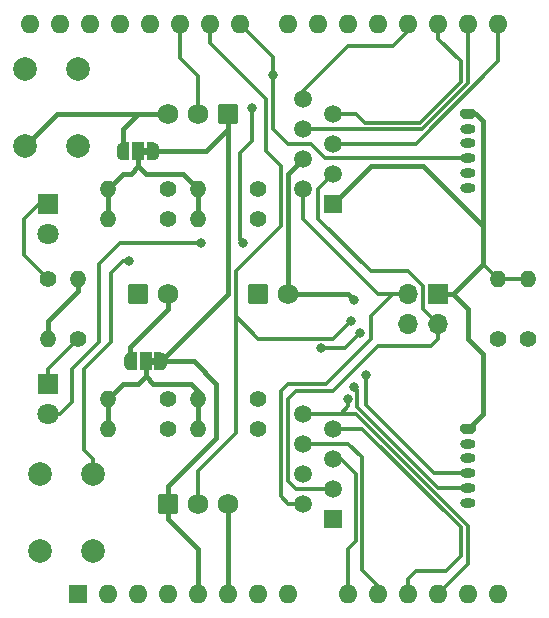
<source format=gbl>
G04 #@! TF.GenerationSoftware,KiCad,Pcbnew,(5.1.10)-1*
G04 #@! TF.CreationDate,2021-10-24T19:50:33-07:00*
G04 #@! TF.ProjectId,project,70726f6a-6563-4742-9e6b-696361645f70,rev?*
G04 #@! TF.SameCoordinates,Original*
G04 #@! TF.FileFunction,Copper,L2,Bot*
G04 #@! TF.FilePolarity,Positive*
%FSLAX46Y46*%
G04 Gerber Fmt 4.6, Leading zero omitted, Abs format (unit mm)*
G04 Created by KiCad (PCBNEW (5.1.10)-1) date 2021-10-24 19:50:33*
%MOMM*%
%LPD*%
G01*
G04 APERTURE LIST*
G04 #@! TA.AperFunction,EtchedComponent*
%ADD10C,0.100000*%
G04 #@! TD*
G04 #@! TA.AperFunction,SMDPad,CuDef*
%ADD11C,0.100000*%
G04 #@! TD*
G04 #@! TA.AperFunction,SMDPad,CuDef*
%ADD12R,1.000000X1.500000*%
G04 #@! TD*
G04 #@! TA.AperFunction,ComponentPad*
%ADD13C,1.400000*%
G04 #@! TD*
G04 #@! TA.AperFunction,ComponentPad*
%ADD14O,1.400000X1.400000*%
G04 #@! TD*
G04 #@! TA.AperFunction,ComponentPad*
%ADD15O,1.600000X1.600000*%
G04 #@! TD*
G04 #@! TA.AperFunction,ComponentPad*
%ADD16R,1.600000X1.600000*%
G04 #@! TD*
G04 #@! TA.AperFunction,ComponentPad*
%ADD17C,1.800000*%
G04 #@! TD*
G04 #@! TA.AperFunction,ComponentPad*
%ADD18R,1.800000X1.800000*%
G04 #@! TD*
G04 #@! TA.AperFunction,ComponentPad*
%ADD19R,1.700000X1.700000*%
G04 #@! TD*
G04 #@! TA.AperFunction,ComponentPad*
%ADD20O,1.700000X1.700000*%
G04 #@! TD*
G04 #@! TA.AperFunction,ComponentPad*
%ADD21O,1.300000X0.800000*%
G04 #@! TD*
G04 #@! TA.AperFunction,ComponentPad*
%ADD22C,1.740000*%
G04 #@! TD*
G04 #@! TA.AperFunction,ComponentPad*
%ADD23R,1.500000X1.500000*%
G04 #@! TD*
G04 #@! TA.AperFunction,ComponentPad*
%ADD24C,1.500000*%
G04 #@! TD*
G04 #@! TA.AperFunction,ComponentPad*
%ADD25C,2.000000*%
G04 #@! TD*
G04 #@! TA.AperFunction,ViaPad*
%ADD26C,0.800000*%
G04 #@! TD*
G04 #@! TA.AperFunction,Conductor*
%ADD27C,0.406400*%
G04 #@! TD*
G04 #@! TA.AperFunction,Conductor*
%ADD28C,0.304800*%
G04 #@! TD*
G04 APERTURE END LIST*
D10*
G36*
X146950000Y-93045000D02*
G01*
X146450000Y-93045000D01*
X146450000Y-93645000D01*
X146950000Y-93645000D01*
X146950000Y-93045000D01*
G37*
G36*
X147585000Y-110825000D02*
G01*
X147085000Y-110825000D01*
X147085000Y-111425000D01*
X147585000Y-111425000D01*
X147585000Y-110825000D01*
G37*
G04 #@! TA.AperFunction,SMDPad,CuDef*
D11*
G36*
X146800000Y-92595000D02*
G01*
X147350000Y-92595000D01*
X147350000Y-92595602D01*
X147374534Y-92595602D01*
X147423365Y-92600412D01*
X147471490Y-92609984D01*
X147518445Y-92624228D01*
X147563778Y-92643005D01*
X147607051Y-92666136D01*
X147647850Y-92693396D01*
X147685779Y-92724524D01*
X147720476Y-92759221D01*
X147751604Y-92797150D01*
X147778864Y-92837949D01*
X147801995Y-92881222D01*
X147820772Y-92926555D01*
X147835016Y-92973510D01*
X147844588Y-93021635D01*
X147849398Y-93070466D01*
X147849398Y-93095000D01*
X147850000Y-93095000D01*
X147850000Y-93595000D01*
X147849398Y-93595000D01*
X147849398Y-93619534D01*
X147844588Y-93668365D01*
X147835016Y-93716490D01*
X147820772Y-93763445D01*
X147801995Y-93808778D01*
X147778864Y-93852051D01*
X147751604Y-93892850D01*
X147720476Y-93930779D01*
X147685779Y-93965476D01*
X147647850Y-93996604D01*
X147607051Y-94023864D01*
X147563778Y-94046995D01*
X147518445Y-94065772D01*
X147471490Y-94080016D01*
X147423365Y-94089588D01*
X147374534Y-94094398D01*
X147350000Y-94094398D01*
X147350000Y-94095000D01*
X146800000Y-94095000D01*
X146800000Y-92595000D01*
G37*
G04 #@! TD.AperFunction*
D12*
X146050000Y-93345000D03*
G04 #@! TA.AperFunction,SMDPad,CuDef*
D11*
G36*
X144750000Y-94094398D02*
G01*
X144725466Y-94094398D01*
X144676635Y-94089588D01*
X144628510Y-94080016D01*
X144581555Y-94065772D01*
X144536222Y-94046995D01*
X144492949Y-94023864D01*
X144452150Y-93996604D01*
X144414221Y-93965476D01*
X144379524Y-93930779D01*
X144348396Y-93892850D01*
X144321136Y-93852051D01*
X144298005Y-93808778D01*
X144279228Y-93763445D01*
X144264984Y-93716490D01*
X144255412Y-93668365D01*
X144250602Y-93619534D01*
X144250602Y-93595000D01*
X144250000Y-93595000D01*
X144250000Y-93095000D01*
X144250602Y-93095000D01*
X144250602Y-93070466D01*
X144255412Y-93021635D01*
X144264984Y-92973510D01*
X144279228Y-92926555D01*
X144298005Y-92881222D01*
X144321136Y-92837949D01*
X144348396Y-92797150D01*
X144379524Y-92759221D01*
X144414221Y-92724524D01*
X144452150Y-92693396D01*
X144492949Y-92666136D01*
X144536222Y-92643005D01*
X144581555Y-92624228D01*
X144628510Y-92609984D01*
X144676635Y-92600412D01*
X144725466Y-92595602D01*
X144750000Y-92595602D01*
X144750000Y-92595000D01*
X145300000Y-92595000D01*
X145300000Y-94095000D01*
X144750000Y-94095000D01*
X144750000Y-94094398D01*
G37*
G04 #@! TD.AperFunction*
G04 #@! TA.AperFunction,SMDPad,CuDef*
G36*
X147435000Y-110375000D02*
G01*
X147985000Y-110375000D01*
X147985000Y-110375602D01*
X148009534Y-110375602D01*
X148058365Y-110380412D01*
X148106490Y-110389984D01*
X148153445Y-110404228D01*
X148198778Y-110423005D01*
X148242051Y-110446136D01*
X148282850Y-110473396D01*
X148320779Y-110504524D01*
X148355476Y-110539221D01*
X148386604Y-110577150D01*
X148413864Y-110617949D01*
X148436995Y-110661222D01*
X148455772Y-110706555D01*
X148470016Y-110753510D01*
X148479588Y-110801635D01*
X148484398Y-110850466D01*
X148484398Y-110875000D01*
X148485000Y-110875000D01*
X148485000Y-111375000D01*
X148484398Y-111375000D01*
X148484398Y-111399534D01*
X148479588Y-111448365D01*
X148470016Y-111496490D01*
X148455772Y-111543445D01*
X148436995Y-111588778D01*
X148413864Y-111632051D01*
X148386604Y-111672850D01*
X148355476Y-111710779D01*
X148320779Y-111745476D01*
X148282850Y-111776604D01*
X148242051Y-111803864D01*
X148198778Y-111826995D01*
X148153445Y-111845772D01*
X148106490Y-111860016D01*
X148058365Y-111869588D01*
X148009534Y-111874398D01*
X147985000Y-111874398D01*
X147985000Y-111875000D01*
X147435000Y-111875000D01*
X147435000Y-110375000D01*
G37*
G04 #@! TD.AperFunction*
D12*
X146685000Y-111125000D03*
G04 #@! TA.AperFunction,SMDPad,CuDef*
D11*
G36*
X145385000Y-111874398D02*
G01*
X145360466Y-111874398D01*
X145311635Y-111869588D01*
X145263510Y-111860016D01*
X145216555Y-111845772D01*
X145171222Y-111826995D01*
X145127949Y-111803864D01*
X145087150Y-111776604D01*
X145049221Y-111745476D01*
X145014524Y-111710779D01*
X144983396Y-111672850D01*
X144956136Y-111632051D01*
X144933005Y-111588778D01*
X144914228Y-111543445D01*
X144899984Y-111496490D01*
X144890412Y-111448365D01*
X144885602Y-111399534D01*
X144885602Y-111375000D01*
X144885000Y-111375000D01*
X144885000Y-110875000D01*
X144885602Y-110875000D01*
X144885602Y-110850466D01*
X144890412Y-110801635D01*
X144899984Y-110753510D01*
X144914228Y-110706555D01*
X144933005Y-110661222D01*
X144956136Y-110617949D01*
X144983396Y-110577150D01*
X145014524Y-110539221D01*
X145049221Y-110504524D01*
X145087150Y-110473396D01*
X145127949Y-110446136D01*
X145171222Y-110423005D01*
X145216555Y-110404228D01*
X145263510Y-110389984D01*
X145311635Y-110380412D01*
X145360466Y-110375602D01*
X145385000Y-110375602D01*
X145385000Y-110375000D01*
X145935000Y-110375000D01*
X145935000Y-111875000D01*
X145385000Y-111875000D01*
X145385000Y-111874398D01*
G37*
G04 #@! TD.AperFunction*
D13*
X156210000Y-116840000D03*
D14*
X151130000Y-116840000D03*
D13*
X138430000Y-104140000D03*
D14*
X138430000Y-109220000D03*
D13*
X140970000Y-109220000D03*
D14*
X140970000Y-104140000D03*
D13*
X148590000Y-116840000D03*
D14*
X143510000Y-116840000D03*
D13*
X148590000Y-114300000D03*
D14*
X143510000Y-114300000D03*
D13*
X156210000Y-114300000D03*
D14*
X151130000Y-114300000D03*
D13*
X156210000Y-99060000D03*
D14*
X151130000Y-99060000D03*
D13*
X148590000Y-99060000D03*
D14*
X143510000Y-99060000D03*
D13*
X156210000Y-96520000D03*
D14*
X151130000Y-96520000D03*
D13*
X148590000Y-96520000D03*
D14*
X143510000Y-96520000D03*
D15*
X173990000Y-82550000D03*
X176530000Y-82550000D03*
X176530000Y-130810000D03*
X173990000Y-130810000D03*
X141990000Y-82550000D03*
X171450000Y-130810000D03*
X144530000Y-82550000D03*
X168910000Y-130810000D03*
X147070000Y-82550000D03*
X166370000Y-130810000D03*
X149610000Y-82550000D03*
X163830000Y-130810000D03*
X152150000Y-82550000D03*
X158750000Y-130810000D03*
X154690000Y-82550000D03*
X156210000Y-130810000D03*
X158750000Y-82550000D03*
X153670000Y-130810000D03*
X161290000Y-82550000D03*
X151130000Y-130810000D03*
X163830000Y-82550000D03*
X148590000Y-130810000D03*
X166370000Y-82550000D03*
X146050000Y-130810000D03*
X168910000Y-82550000D03*
X143510000Y-130810000D03*
X171450000Y-82550000D03*
D16*
X140970000Y-130810000D03*
D15*
X136910000Y-82550000D03*
X139450000Y-82550000D03*
D17*
X138430000Y-100330000D03*
D18*
X138430000Y-97790000D03*
X138430000Y-113030000D03*
D17*
X138430000Y-115570000D03*
D19*
X171450000Y-105410000D03*
D20*
X168910000Y-105410000D03*
X171450000Y-107950000D03*
X168910000Y-107950000D03*
G04 #@! TA.AperFunction,ComponentPad*
G36*
G01*
X173540000Y-116440000D02*
X174440000Y-116440000D01*
G75*
G02*
X174640000Y-116640000I0J-200000D01*
G01*
X174640000Y-117040000D01*
G75*
G02*
X174440000Y-117240000I-200000J0D01*
G01*
X173540000Y-117240000D01*
G75*
G02*
X173340000Y-117040000I0J200000D01*
G01*
X173340000Y-116640000D01*
G75*
G02*
X173540000Y-116440000I200000J0D01*
G01*
G37*
G04 #@! TD.AperFunction*
D21*
X173990000Y-118090000D03*
X173990000Y-119340000D03*
X173990000Y-120590000D03*
X173990000Y-121840000D03*
X173990000Y-123090000D03*
G04 #@! TA.AperFunction,ComponentPad*
G36*
G01*
X145180000Y-106030001D02*
X145180000Y-104789999D01*
G75*
G02*
X145429999Y-104540000I249999J0D01*
G01*
X146670001Y-104540000D01*
G75*
G02*
X146920000Y-104789999I0J-249999D01*
G01*
X146920000Y-106030001D01*
G75*
G02*
X146670001Y-106280000I-249999J0D01*
G01*
X145429999Y-106280000D01*
G75*
G02*
X145180000Y-106030001I0J249999D01*
G01*
G37*
G04 #@! TD.AperFunction*
D22*
X148590000Y-105410000D03*
G04 #@! TA.AperFunction,ComponentPad*
G36*
G01*
X147720000Y-123810001D02*
X147720000Y-122569999D01*
G75*
G02*
X147969999Y-122320000I249999J0D01*
G01*
X149210001Y-122320000D01*
G75*
G02*
X149460000Y-122569999I0J-249999D01*
G01*
X149460000Y-123810001D01*
G75*
G02*
X149210001Y-124060000I-249999J0D01*
G01*
X147969999Y-124060000D01*
G75*
G02*
X147720000Y-123810001I0J249999D01*
G01*
G37*
G04 #@! TD.AperFunction*
X151130000Y-123190000D03*
X153670000Y-123190000D03*
X148590000Y-90170000D03*
X151130000Y-90170000D03*
G04 #@! TA.AperFunction,ComponentPad*
G36*
G01*
X154540000Y-89549999D02*
X154540000Y-90790001D01*
G75*
G02*
X154290001Y-91040000I-249999J0D01*
G01*
X153049999Y-91040000D01*
G75*
G02*
X152800000Y-90790001I0J249999D01*
G01*
X152800000Y-89549999D01*
G75*
G02*
X153049999Y-89300000I249999J0D01*
G01*
X154290001Y-89300000D01*
G75*
G02*
X154540000Y-89549999I0J-249999D01*
G01*
G37*
G04 #@! TD.AperFunction*
D23*
X162560000Y-124460000D03*
D24*
X160020000Y-123190000D03*
X162560000Y-121920000D03*
X160020000Y-120650000D03*
X162560000Y-119380000D03*
X160020000Y-118110000D03*
X162560000Y-116840000D03*
X160020000Y-115570000D03*
X160020000Y-88900000D03*
X162560000Y-90170000D03*
X160020000Y-91440000D03*
X162560000Y-92710000D03*
X160020000Y-93980000D03*
X162560000Y-95250000D03*
X160020000Y-96520000D03*
D23*
X162560000Y-97790000D03*
D21*
X173990000Y-96420000D03*
X173990000Y-95170000D03*
X173990000Y-93920000D03*
X173990000Y-92670000D03*
X173990000Y-91420000D03*
G04 #@! TA.AperFunction,ComponentPad*
G36*
G01*
X173540000Y-89770000D02*
X174440000Y-89770000D01*
G75*
G02*
X174640000Y-89970000I0J-200000D01*
G01*
X174640000Y-90370000D01*
G75*
G02*
X174440000Y-90570000I-200000J0D01*
G01*
X173540000Y-90570000D01*
G75*
G02*
X173340000Y-90370000I0J200000D01*
G01*
X173340000Y-89970000D01*
G75*
G02*
X173540000Y-89770000I200000J0D01*
G01*
G37*
G04 #@! TD.AperFunction*
D22*
X158750000Y-105410000D03*
G04 #@! TA.AperFunction,ComponentPad*
G36*
G01*
X155340000Y-106030001D02*
X155340000Y-104789999D01*
G75*
G02*
X155589999Y-104540000I249999J0D01*
G01*
X156830001Y-104540000D01*
G75*
G02*
X157080000Y-104789999I0J-249999D01*
G01*
X157080000Y-106030001D01*
G75*
G02*
X156830001Y-106280000I-249999J0D01*
G01*
X155589999Y-106280000D01*
G75*
G02*
X155340000Y-106030001I0J249999D01*
G01*
G37*
G04 #@! TD.AperFunction*
D25*
X136470000Y-86360000D03*
X140970000Y-86360000D03*
X136470000Y-92860000D03*
X140970000Y-92860000D03*
X142240000Y-127150000D03*
X137740000Y-127150000D03*
X142240000Y-120650000D03*
X137740000Y-120650000D03*
D13*
X176530000Y-109220000D03*
D14*
X176530000Y-104140000D03*
X179070000Y-104140000D03*
D13*
X179070000Y-109220000D03*
D26*
X164338000Y-105918000D03*
X157480000Y-86868000D03*
X155702000Y-89662000D03*
X154940000Y-101092000D03*
X151384000Y-101092000D03*
X164338000Y-113284000D03*
X164084000Y-107696000D03*
X145288000Y-102616000D03*
X165354000Y-112268000D03*
X164846000Y-108712000D03*
X161544000Y-109982000D03*
X163830000Y-114300000D03*
D27*
X153670000Y-130810000D02*
X153670000Y-123190000D01*
X145385000Y-111125000D02*
X145385000Y-109885000D01*
X148590000Y-106680000D02*
X148590000Y-105410000D01*
X145385000Y-109885000D02*
X148590000Y-106680000D01*
X148590000Y-90170000D02*
X146304000Y-90170000D01*
X146304000Y-90170000D02*
X146050000Y-90170000D01*
X144750000Y-91470000D02*
X144750000Y-93345000D01*
X146050000Y-90170000D02*
X144750000Y-91470000D01*
X158750000Y-105410000D02*
X158750000Y-95250000D01*
X158750000Y-95250000D02*
X160020000Y-93980000D01*
X140970000Y-104140000D02*
X140970000Y-105156000D01*
X138430000Y-107696000D02*
X138430000Y-109220000D01*
X140970000Y-105156000D02*
X138430000Y-107696000D01*
X158750000Y-105410000D02*
X163830000Y-105410000D01*
X163830000Y-105410000D02*
X164338000Y-105918000D01*
X146304000Y-90170000D02*
X139160000Y-90170000D01*
X139160000Y-90170000D02*
X136470000Y-92860000D01*
D28*
X168910000Y-105410000D02*
X167640000Y-105410000D01*
X158750000Y-123190000D02*
X160020000Y-123190000D01*
X158115000Y-122555000D02*
X158750000Y-123190000D01*
X158115000Y-113665000D02*
X158115000Y-122555000D01*
X158750000Y-113030000D02*
X158115000Y-113665000D01*
X161925000Y-113030000D02*
X158750000Y-113030000D01*
X165735000Y-109220000D02*
X161925000Y-113030000D01*
X165735000Y-107315000D02*
X165735000Y-109220000D01*
X167640000Y-105410000D02*
X165735000Y-107315000D01*
X168910000Y-105410000D02*
X166370000Y-105410000D01*
X160020000Y-99060000D02*
X160020000Y-96520000D01*
X166370000Y-105410000D02*
X160020000Y-99060000D01*
X162560000Y-121920000D02*
X159385000Y-121920000D01*
X171450000Y-109220000D02*
X171450000Y-107950000D01*
X170815000Y-109855000D02*
X171450000Y-109220000D01*
X166370000Y-109855000D02*
X170815000Y-109855000D01*
X162560000Y-113665000D02*
X166370000Y-109855000D01*
X159385000Y-113665000D02*
X162560000Y-113665000D01*
X158750000Y-114300000D02*
X159385000Y-113665000D01*
X158750000Y-121285000D02*
X158750000Y-114300000D01*
X159385000Y-121920000D02*
X158750000Y-121285000D01*
X171450000Y-107950000D02*
X170180000Y-106680000D01*
X161290000Y-96520000D02*
X162560000Y-95250000D01*
X161290000Y-99060000D02*
X161290000Y-96520000D01*
X165735000Y-103505000D02*
X161290000Y-99060000D01*
X168910000Y-103505000D02*
X165735000Y-103505000D01*
X170180000Y-104775000D02*
X168910000Y-103505000D01*
X170180000Y-106680000D02*
X170180000Y-104775000D01*
X138430000Y-97790000D02*
X137668000Y-97790000D01*
X136398000Y-102108000D02*
X138430000Y-104140000D01*
X136398000Y-99060000D02*
X136398000Y-102108000D01*
X137668000Y-97790000D02*
X136398000Y-99060000D01*
X171450000Y-82550000D02*
X171450000Y-83820000D01*
X164465000Y-90170000D02*
X162560000Y-90170000D01*
X165230198Y-90935198D02*
X164465000Y-90170000D01*
X169892006Y-90935198D02*
X165230198Y-90935198D01*
X173355000Y-87472204D02*
X169892006Y-90935198D01*
X173355000Y-85725000D02*
X173355000Y-87472204D01*
X171450000Y-83820000D02*
X173355000Y-85725000D01*
X168910000Y-82550000D02*
X168910000Y-83185000D01*
X160020000Y-88265000D02*
X160020000Y-88900000D01*
X163830000Y-84455000D02*
X160020000Y-88265000D01*
X167640000Y-84455000D02*
X163830000Y-84455000D01*
X168910000Y-83185000D02*
X167640000Y-84455000D01*
D27*
X148590000Y-123190000D02*
X148590000Y-124460000D01*
X151130000Y-127000000D02*
X151130000Y-130810000D01*
X148590000Y-124460000D02*
X151130000Y-127000000D01*
X173990000Y-116840000D02*
X175260000Y-115570000D01*
X173990000Y-106680000D02*
X172720000Y-105410000D01*
X173990000Y-109220000D02*
X173990000Y-106680000D01*
X175260000Y-110490000D02*
X173990000Y-109220000D01*
X175260000Y-115570000D02*
X175260000Y-110490000D01*
X171450000Y-105410000D02*
X172720000Y-105410000D01*
X172720000Y-105410000D02*
X175260000Y-102870000D01*
X175260000Y-90805000D02*
X175260000Y-91440000D01*
X174625000Y-90170000D02*
X175260000Y-90805000D01*
X174625000Y-90170000D02*
X173990000Y-90170000D01*
X175260000Y-102870000D02*
X175260000Y-99695000D01*
X175260000Y-99695000D02*
X175260000Y-91440000D01*
X147350000Y-93345000D02*
X151765000Y-93345000D01*
X153670000Y-91440000D02*
X153670000Y-90170000D01*
X151765000Y-93345000D02*
X153670000Y-91440000D01*
X153670000Y-90170000D02*
X153670000Y-105440000D01*
X153670000Y-105440000D02*
X147985000Y-111125000D01*
X162560000Y-97790000D02*
X165100000Y-95250000D01*
X170180000Y-94615000D02*
X175260000Y-99695000D01*
X165735000Y-94615000D02*
X170180000Y-94615000D01*
X165100000Y-95250000D02*
X165735000Y-94615000D01*
X148590000Y-123190000D02*
X148590000Y-121666000D01*
X150749000Y-111125000D02*
X147985000Y-111125000D01*
X152654000Y-113030000D02*
X150749000Y-111125000D01*
X152654000Y-117602000D02*
X152654000Y-113030000D01*
X148590000Y-121666000D02*
X152654000Y-117602000D01*
D28*
X179070000Y-104140000D02*
X176530000Y-104140000D01*
X176530000Y-104140000D02*
X175260000Y-102870000D01*
X173990000Y-93920000D02*
X161865000Y-93920000D01*
X157480000Y-85340000D02*
X154690000Y-82550000D01*
X157480000Y-91440000D02*
X157480000Y-86868000D01*
X157480000Y-86868000D02*
X157480000Y-85340000D01*
X158750000Y-92710000D02*
X157480000Y-91440000D01*
X160655000Y-92710000D02*
X158750000Y-92710000D01*
X161865000Y-93920000D02*
X160655000Y-92710000D01*
X138430000Y-115570000D02*
X139446000Y-115570000D01*
X155702000Y-92456000D02*
X155702000Y-89662000D01*
X154686000Y-93472000D02*
X155702000Y-92456000D01*
X154686000Y-100838000D02*
X154686000Y-93472000D01*
X154940000Y-101092000D02*
X154686000Y-100838000D01*
X139446000Y-115570000D02*
X140462000Y-114554000D01*
X140462000Y-114554000D02*
X140462000Y-111760000D01*
X140462000Y-111760000D02*
X142748000Y-109474000D01*
X142748000Y-109474000D02*
X142748000Y-102870000D01*
X142748000Y-102870000D02*
X144526000Y-101092000D01*
X144526000Y-101092000D02*
X151384000Y-101092000D01*
X152150000Y-82550000D02*
X152150000Y-84205000D01*
X152150000Y-84205000D02*
X156845000Y-88900000D01*
X156845000Y-88900000D02*
X156845000Y-93345000D01*
X156845000Y-93345000D02*
X158115000Y-94615000D01*
X158115000Y-94615000D02*
X158115000Y-99695000D01*
X158115000Y-99695000D02*
X154305000Y-103505000D01*
X154305000Y-103505000D02*
X154305000Y-107315000D01*
X151130000Y-120396000D02*
X151130000Y-123190000D01*
X154305000Y-107315000D02*
X154305000Y-117221000D01*
X154305000Y-117221000D02*
X151130000Y-120396000D01*
X173990000Y-121840000D02*
X171448898Y-121840000D01*
X164592000Y-114983102D02*
X165100000Y-115491102D01*
X164592000Y-113538000D02*
X164592000Y-114983102D01*
X164338000Y-113284000D02*
X164592000Y-113538000D01*
X171448898Y-121840000D02*
X165100000Y-115491102D01*
X158496000Y-109220000D02*
X156210000Y-109220000D01*
X162560000Y-109220000D02*
X160020000Y-109220000D01*
X164084000Y-107696000D02*
X162560000Y-109220000D01*
X160020000Y-109220000D02*
X158496000Y-109220000D01*
X156210000Y-109220000D02*
X154305000Y-107315000D01*
X149610000Y-82550000D02*
X149610000Y-85475000D01*
X151130000Y-86995000D02*
X151130000Y-90170000D01*
X149610000Y-85475000D02*
X151130000Y-86995000D01*
X142240000Y-120650000D02*
X142240000Y-119380000D01*
X144780000Y-102616000D02*
X145288000Y-102616000D01*
X143764000Y-103632000D02*
X144780000Y-102616000D01*
X143764000Y-109474000D02*
X143764000Y-103632000D01*
X141478000Y-111760000D02*
X143764000Y-109474000D01*
X141478000Y-118618000D02*
X141478000Y-111760000D01*
X142240000Y-119380000D02*
X141478000Y-118618000D01*
X173990000Y-120590000D02*
X171136000Y-120590000D01*
X165354000Y-114808000D02*
X165354000Y-112268000D01*
X171136000Y-120590000D02*
X165354000Y-114808000D01*
X164846000Y-108712000D02*
X163576000Y-109982000D01*
X163576000Y-109982000D02*
X161544000Y-109982000D01*
X162560000Y-92710000D02*
X169545000Y-92710000D01*
X176530000Y-85725000D02*
X176530000Y-82550000D01*
X169545000Y-92710000D02*
X176530000Y-85725000D01*
X173990000Y-82550000D02*
X173990000Y-87551102D01*
X170101102Y-91440000D02*
X160020000Y-91440000D01*
X173990000Y-87551102D02*
X170101102Y-91440000D01*
X138430000Y-113030000D02*
X138430000Y-111760000D01*
X138430000Y-111760000D02*
X140970000Y-109220000D01*
X162560000Y-119380000D02*
X163195000Y-119380000D01*
X163830000Y-127000000D02*
X163830000Y-130810000D01*
X164465000Y-126365000D02*
X163830000Y-127000000D01*
X164465000Y-120650000D02*
X164465000Y-126365000D01*
X163195000Y-119380000D02*
X164465000Y-120650000D01*
X166370000Y-130810000D02*
X166370000Y-130175000D01*
X163830000Y-118110000D02*
X160020000Y-118110000D01*
X164969802Y-119249802D02*
X163830000Y-118110000D01*
X164969802Y-128774802D02*
X164969802Y-119249802D01*
X166370000Y-130175000D02*
X164969802Y-128774802D01*
X171450000Y-130810000D02*
X173990000Y-128270000D01*
X164465000Y-115570000D02*
X163195000Y-115570000D01*
X163195000Y-115570000D02*
X160020000Y-115570000D01*
X173990000Y-125095000D02*
X164465000Y-115570000D01*
X173990000Y-128270000D02*
X173990000Y-125095000D01*
X163195000Y-115570000D02*
X163830000Y-114935000D01*
X163830000Y-114300000D02*
X163830000Y-114935000D01*
X168910000Y-130810000D02*
X168910000Y-129540000D01*
X165021102Y-116840000D02*
X162560000Y-116840000D01*
X173355000Y-125173898D02*
X165021102Y-116840000D01*
X173355000Y-127635000D02*
X173355000Y-125173898D01*
X172085000Y-128905000D02*
X173355000Y-127635000D01*
X169545000Y-128905000D02*
X172085000Y-128905000D01*
X168910000Y-129540000D02*
X169545000Y-128905000D01*
D27*
X143510000Y-116840000D02*
X143510000Y-114300000D01*
X143510000Y-114300000D02*
X144780000Y-113030000D01*
X146050000Y-113030000D02*
X146685000Y-112395000D01*
X144780000Y-113030000D02*
X146050000Y-113030000D01*
X146685000Y-112395000D02*
X146685000Y-111125000D01*
X151130000Y-116840000D02*
X151130000Y-114300000D01*
X151130000Y-114300000D02*
X151130000Y-113665000D01*
X147320000Y-113030000D02*
X146685000Y-112395000D01*
X150495000Y-113030000D02*
X147320000Y-113030000D01*
X151130000Y-113665000D02*
X150495000Y-113030000D01*
X143510000Y-99060000D02*
X143510000Y-96520000D01*
X143510000Y-96520000D02*
X144780000Y-95250000D01*
X144780000Y-95250000D02*
X145415000Y-95250000D01*
X145415000Y-95250000D02*
X146050000Y-94615000D01*
X146050000Y-94615000D02*
X146050000Y-93345000D01*
X151130000Y-99060000D02*
X151130000Y-96520000D01*
X151130000Y-96520000D02*
X149860000Y-95250000D01*
X149860000Y-95250000D02*
X146685000Y-95250000D01*
X146685000Y-95250000D02*
X146050000Y-94615000D01*
M02*

</source>
